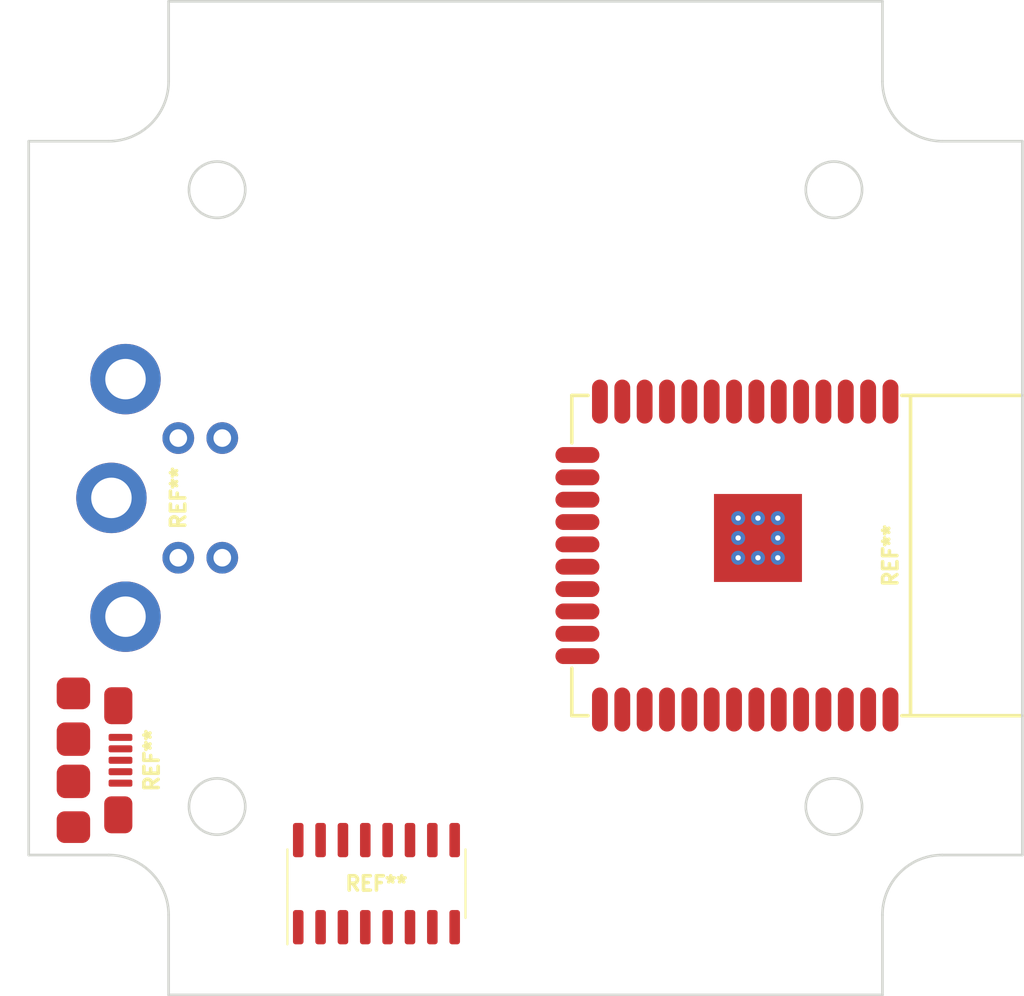
<source format=kicad_pcb>
(kicad_pcb (version 20171130) (host pcbnew "(5.1.5-0-10_14)")

  (general
    (thickness 1.6)
    (drawings 20)
    (tracks 0)
    (zones 0)
    (modules 4)
    (nets 1)
  )

  (page USLetter)
  (layers
    (0 F.Cu signal)
    (1 In1.Cu signal)
    (2 In2.Cu signal)
    (31 B.Cu signal)
    (32 B.Adhes user)
    (33 F.Adhes user)
    (34 B.Paste user)
    (35 F.Paste user)
    (36 B.SilkS user)
    (37 F.SilkS user)
    (38 B.Mask user)
    (39 F.Mask user)
    (40 Dwgs.User user)
    (41 Cmts.User user)
    (42 Eco1.User user)
    (43 Eco2.User user)
    (44 Edge.Cuts user)
    (45 Margin user)
    (46 B.CrtYd user)
    (47 F.CrtYd user)
    (48 B.Fab user)
    (49 F.Fab user)
  )

  (setup
    (last_trace_width 0.15)
    (user_trace_width 0.2)
    (user_trace_width 0.25)
    (user_trace_width 0.3)
    (user_trace_width 0.35)
    (user_trace_width 0.4)
    (user_trace_width 0.45)
    (user_trace_width 0.5)
    (user_trace_width 0.6)
    (user_trace_width 0.8)
    (user_trace_width 1)
    (user_trace_width 1.27)
    (user_trace_width 1.524)
    (trace_clearance 0.15)
    (zone_clearance 0.15)
    (zone_45_only no)
    (trace_min 0.15)
    (via_size 0.5)
    (via_drill 0.2)
    (via_min_size 0.5)
    (via_min_drill 0.2)
    (user_via 0.6 0.3)
    (user_via 0.8 0.4)
    (user_via 1 0.5)
    (user_via 1.524 0.762)
    (uvia_size 0.3)
    (uvia_drill 0.1)
    (uvias_allowed no)
    (uvia_min_size 0.2)
    (uvia_min_drill 0.1)
    (edge_width 0.15)
    (segment_width 0.1524)
    (pcb_text_width 0.3)
    (pcb_text_size 1.5 1.5)
    (mod_edge_width 0.15)
    (mod_text_size 1 1)
    (mod_text_width 0.15)
    (pad_size 0.85 1.4)
    (pad_drill 0)
    (pad_to_mask_clearance 0.05)
    (solder_mask_min_width 0.1)
    (pad_to_paste_clearance -0.0381)
    (aux_axis_origin 0 0)
    (visible_elements FFFFFF7F)
    (pcbplotparams
      (layerselection 0x010f8_ffffffff)
      (usegerberextensions true)
      (usegerberattributes false)
      (usegerberadvancedattributes false)
      (creategerberjobfile false)
      (excludeedgelayer true)
      (linewidth 0.100000)
      (plotframeref false)
      (viasonmask false)
      (mode 1)
      (useauxorigin false)
      (hpglpennumber 1)
      (hpglpenspeed 20)
      (hpglpendiameter 15.000000)
      (psnegative false)
      (psa4output false)
      (plotreference true)
      (plotvalue true)
      (plotinvisibletext false)
      (padsonsilk false)
      (subtractmaskfromsilk true)
      (outputformat 1)
      (mirror false)
      (drillshape 0)
      (scaleselection 1)
      (outputdirectory "gerber/"))
  )

  (net 0 "")

  (net_class Default "This is the default net class."
    (clearance 0.15)
    (trace_width 0.15)
    (via_dia 0.5)
    (via_drill 0.2)
    (uvia_dia 0.3)
    (uvia_drill 0.1)
  )

  (module stdpads:SOIC-16_3.9mm (layer F.Cu) (tedit 5FDA018C) (tstamp 601BEDD6)
    (at 124.079 115.6716)
    (descr "SOIC, 16 Pin (JEDEC MS-012AC, https://www.analog.com/media/en/package-pcb-resources/package/pkg_pdf/soic_narrow-r/r_16.pdf), generated with kicad-footprint-generator ipc_gullwing_generator.py")
    (tags "SOIC SO")
    (solder_mask_margin 0.05)
    (solder_paste_margin -0.025)
    (attr smd)
    (fp_text reference REF** (at 0 0 180) (layer F.Fab)
      (effects (font (size 0.8128 0.8128) (thickness 0.2032)))
    )
    (fp_text value SOIC-16_3.9mm (at 0 1.016 180) (layer F.Fab)
      (effects (font (size 0.508 0.508) (thickness 0.127)))
    )
    (fp_line (start 5.06 0) (end 5.06 -1.95) (layer F.SilkS) (width 0.12))
    (fp_line (start 5.06 0) (end 5.06 1.95) (layer F.SilkS) (width 0.12))
    (fp_line (start -5.06 0) (end -5.06 -1.95) (layer F.SilkS) (width 0.12))
    (fp_line (start -5.06 0) (end -5.06 3.45) (layer F.SilkS) (width 0.12))
    (fp_line (start -4.95 0.975) (end -4.95 -1.95) (layer F.Fab) (width 0.1))
    (fp_line (start -4.95 -1.95) (end 4.95 -1.95) (layer F.Fab) (width 0.1))
    (fp_line (start 4.95 -1.95) (end 4.95 1.95) (layer F.Fab) (width 0.1))
    (fp_line (start 4.95 1.95) (end -3.975 1.95) (layer F.Fab) (width 0.1))
    (fp_line (start -3.975 1.95) (end -4.95 0.975) (layer F.Fab) (width 0.1))
    (fp_line (start -5.2 3.7) (end 5.2 3.7) (layer F.CrtYd) (width 0.05))
    (fp_line (start 5.2 3.7) (end 5.2 -3.7) (layer F.CrtYd) (width 0.05))
    (fp_line (start 5.2 -3.7) (end -5.2 -3.7) (layer F.CrtYd) (width 0.05))
    (fp_line (start -5.2 -3.7) (end -5.2 3.7) (layer F.CrtYd) (width 0.05))
    (fp_text user %R (at 0 0 180) (layer F.SilkS)
      (effects (font (size 0.8128 0.8128) (thickness 0.2032)))
    )
    (pad 1 smd roundrect (at -4.445 2.475 90) (size 1.95 0.6) (layers F.Cu F.Paste F.Mask) (roundrect_rratio 0.25))
    (pad 2 smd roundrect (at -3.175 2.475 90) (size 1.95 0.6) (layers F.Cu F.Paste F.Mask) (roundrect_rratio 0.25))
    (pad 3 smd roundrect (at -1.905 2.475 90) (size 1.95 0.6) (layers F.Cu F.Paste F.Mask) (roundrect_rratio 0.25))
    (pad 4 smd roundrect (at -0.635 2.475 90) (size 1.95 0.6) (layers F.Cu F.Paste F.Mask) (roundrect_rratio 0.25))
    (pad 5 smd roundrect (at 0.635 2.475 90) (size 1.95 0.6) (layers F.Cu F.Paste F.Mask) (roundrect_rratio 0.25))
    (pad 6 smd roundrect (at 1.905 2.475 90) (size 1.95 0.6) (layers F.Cu F.Paste F.Mask) (roundrect_rratio 0.25))
    (pad 7 smd roundrect (at 3.175 2.475 90) (size 1.95 0.6) (layers F.Cu F.Paste F.Mask) (roundrect_rratio 0.25))
    (pad 8 smd roundrect (at 4.445 2.475 90) (size 1.95 0.6) (layers F.Cu F.Paste F.Mask) (roundrect_rratio 0.25))
    (pad 9 smd roundrect (at 4.445 -2.475 90) (size 1.95 0.6) (layers F.Cu F.Paste F.Mask) (roundrect_rratio 0.25))
    (pad 10 smd roundrect (at 3.175 -2.475 90) (size 1.95 0.6) (layers F.Cu F.Paste F.Mask) (roundrect_rratio 0.25))
    (pad 11 smd roundrect (at 1.905 -2.475 90) (size 1.95 0.6) (layers F.Cu F.Paste F.Mask) (roundrect_rratio 0.25))
    (pad 12 smd roundrect (at 0.635 -2.475 90) (size 1.95 0.6) (layers F.Cu F.Paste F.Mask) (roundrect_rratio 0.25))
    (pad 13 smd roundrect (at -0.635 -2.475 90) (size 1.95 0.6) (layers F.Cu F.Paste F.Mask) (roundrect_rratio 0.25))
    (pad 14 smd roundrect (at -1.905 -2.475 90) (size 1.95 0.6) (layers F.Cu F.Paste F.Mask) (roundrect_rratio 0.25))
    (pad 15 smd roundrect (at -3.175 -2.475 90) (size 1.95 0.6) (layers F.Cu F.Paste F.Mask) (roundrect_rratio 0.25))
    (pad 16 smd roundrect (at -4.445 -2.475 90) (size 1.95 0.6) (layers F.Cu F.Paste F.Mask) (roundrect_rratio 0.25))
    (model ${KISYS3DMOD}/Package_SO.3dshapes/SOIC-16_3.9x9.9mm_P1.27mm.wrl
      (at (xyz 0 0 0))
      (scale (xyz 1 1 1))
      (rotate (xyz 0 0 -90))
    )
  )

  (module stdpads:USB_Micro-B_Amphenol_10118192-0001 (layer F.Cu) (tedit 5F027735) (tstamp 601BE61C)
    (at 106.8578 108.6612 270)
    (descr "Micro USB B receptable with flange, bottom-mount, SMD, right-angle (http://www.molex.com/pdm_docs/sd/473460001_sd.pdf)")
    (tags "Micro B USB SMD")
    (solder_mask_margin 0.05)
    (solder_paste_margin -0.025)
    (attr smd)
    (fp_text reference REF** (at 0 0) (layer F.Fab)
      (effects (font (size 0.508 0.508) (thickness 0.127)))
    )
    (fp_text value USB_Micro-B_Amphenol_10118192-0001 (at 0 3.302 270) (layer F.Fab)
      (effects (font (size 0.8128 0.8128) (thickness 0.2032)))
    )
    (fp_text user "PCB Edge" (at 0 1.47 270) (layer Dwgs.User)
      (effects (font (size 0.4 0.4) (thickness 0.04)))
    )
    (fp_text user %R (at 0 -4.45 270) (layer F.SilkS)
      (effects (font (size 0.8128 0.8128) (thickness 0.2032)))
    )
    (fp_line (start 5 2.7) (end -5 2.7) (layer F.CrtYd) (width 0.05))
    (fp_line (start 5 -3.9) (end 5 2.7) (layer F.CrtYd) (width 0.05))
    (fp_line (start -5 -3.9) (end 5 -3.9) (layer F.CrtYd) (width 0.05))
    (fp_line (start -5 2.7) (end -5 -3.9) (layer F.CrtYd) (width 0.05))
    (fp_line (start 3.95 2.2) (end -3.95 2.2) (layer F.Fab) (width 0.1))
    (fp_line (start 3.95 -3.35) (end 3.95 2.2) (layer F.Fab) (width 0.1))
    (fp_line (start -3.95 -3.35) (end 3.95 -3.35) (layer F.Fab) (width 0.1))
    (fp_line (start -3.95 2.2) (end -3.95 -3.35) (layer F.Fab) (width 0.1))
    (fp_line (start -3.25 1.45) (end 3.25 1.45) (layer F.Fab) (width 0.1))
    (pad 1 smd roundrect (at -1.3 -2.675 270) (size 0.4 1.35) (layers F.Cu F.Paste F.Mask) (roundrect_rratio 0.25)
      (solder_mask_margin 0.04) (solder_paste_margin -0.04))
    (pad 2 smd roundrect (at -0.65 -2.675 270) (size 0.4 1.35) (layers F.Cu F.Paste F.Mask) (roundrect_rratio 0.25)
      (solder_mask_margin 0.04) (solder_paste_margin -0.04))
    (pad 3 smd roundrect (at 0 -2.675 270) (size 0.4 1.35) (layers F.Cu F.Paste F.Mask) (roundrect_rratio 0.25)
      (solder_mask_margin 0.04) (solder_paste_margin -0.04))
    (pad 4 smd roundrect (at 0.65 -2.675 270) (size 0.4 1.35) (layers F.Cu F.Paste F.Mask) (roundrect_rratio 0.25)
      (solder_mask_margin 0.04) (solder_paste_margin -0.04))
    (pad 5 smd roundrect (at 1.3 -2.675 270) (size 0.4 1.35) (layers F.Cu F.Paste F.Mask) (roundrect_rratio 0.25)
      (solder_mask_margin 0.04) (solder_paste_margin -0.05))
    (pad 6 smd roundrect (at -3.1 -2.55 270) (size 2.1 1.6) (layers F.Cu F.Paste F.Mask) (roundrect_rratio 0.25))
    (pad 6 smd roundrect (at 3.1 -2.55 270) (size 2.1 1.6) (layers F.Cu F.Paste F.Mask) (roundrect_rratio 0.25))
    (pad 6 smd roundrect (at -3.8 0 270) (size 1.8 1.9) (layers F.Cu F.Paste F.Mask) (roundrect_rratio 0.25))
    (pad 6 smd roundrect (at 3.8 0 270) (size 1.8 1.9) (layers F.Cu F.Paste F.Mask) (roundrect_rratio 0.25))
    (pad 6 smd roundrect (at -1.2 0 270) (size 1.9 1.9) (layers F.Cu F.Paste F.Mask) (roundrect_rratio 0.25))
    (pad 6 smd roundrect (at 1.2 0 270) (size 1.9 1.9) (layers F.Cu F.Paste F.Mask) (roundrect_rratio 0.25))
    (model ${KISYS3DMOD}/Connector_USB.3dshapes/USB_Micro-B_Molex_47346-0001.wrl
      (offset (xyz 0 1.5 0))
      (scale (xyz 1 1 1))
      (rotate (xyz 0 0 0))
    )
  )

  (module stdpads:MD-40 (layer F.Cu) (tedit 601B7899) (tstamp 601BDE5F)
    (at 104.3178 93.7514 90)
    (fp_text reference REF** (at 0 8.5 90) (layer F.Fab)
      (effects (font (size 0.8128 0.8128) (thickness 0.2032)))
    )
    (fp_text value MD-40 (at 0 -0.8 90) (layer F.Fab)
      (effects (font (size 0.8128 0.8128) (thickness 0.2032)))
    )
    (fp_line (start 9 0) (end -9 0) (layer F.CrtYd) (width 0.12))
    (fp_line (start 9 14) (end 9 0) (layer F.CrtYd) (width 0.12))
    (fp_line (start -9 14) (end 9 14) (layer F.CrtYd) (width 0.12))
    (fp_line (start -9 0) (end -9 14) (layer F.CrtYd) (width 0.12))
    (fp_line (start -7 13) (end 7 13) (layer F.Fab) (width 0.4))
    (fp_line (start 7 0) (end 7 13) (layer F.Fab) (width 0.4))
    (fp_line (start -7 0) (end -7 13) (layer F.Fab) (width 0.4))
    (fp_text user %R (at 0 8.5 90) (layer F.SilkS)
      (effects (font (size 0.8128 0.8128) (thickness 0.2032)))
    )
    (fp_line (start -7 0) (end 7 0) (layer F.Fab) (width 0.4))
    (pad 3 thru_hole circle (at -3.4 11 90) (size 1.8 1.8) (drill 1) (layers *.Cu *.Mask))
    (pad 4 thru_hole circle (at 3.4 11 90) (size 1.8 1.8) (drill 1) (layers *.Cu *.Mask))
    (pad 2 thru_hole circle (at 3.4 8.5 90) (size 1.8 1.8) (drill 1) (layers *.Cu *.Mask))
    (pad 1 thru_hole circle (at -3.4 8.5 90) (size 1.8 1.8) (drill 1) (layers *.Cu *.Mask))
    (pad 5 thru_hole circle (at 6.75 5.5 90) (size 4 4) (drill 2.3) (layers *.Cu *.Mask))
    (pad 5 thru_hole circle (at -6.75 5.5 90) (size 4 4) (drill 2.3) (layers *.Cu *.Mask))
    (pad 5 thru_hole circle (at 0 4.7 90) (size 4 4) (drill 2.3) (layers *.Cu *.Mask))
    (model "$(KIPRJMOD)/../stdpads.3dshapes/MiniDIN-8.wrl"
      (offset (xyz 0 -6.5 0))
      (scale (xyz 1 1 1))
      (rotate (xyz 0 0 180))
    )
  )

  (module stdpads:ESP32-WROOM-32 (layer F.Cu) (tedit 5EE2A0E8) (tstamp 601BD83D)
    (at 153.289 97.028 270)
    (solder_mask_margin 0.05)
    (solder_paste_margin -0.025)
    (attr smd)
    (fp_text reference REF** (at 0 0 90) (layer F.Fab)
      (effects (font (size 0.8128 0.8128) (thickness 0.2032)))
    )
    (fp_text value ESP32-WROOM-32 (at 0 1.5 90) (layer F.Fab) hide
      (effects (font (size 0.8128 0.8128) (thickness 0.2032)))
    )
    (fp_text user %R (at 0 0 90) (layer F.SilkS)
      (effects (font (size 0.8128 0.8128) (thickness 0.2032)))
    )
    (fp_line (start 9.1 18.11) (end 6.4 18.11) (layer F.SilkS) (width 0.2032))
    (fp_line (start 9 -7.49) (end -9 -7.49) (layer F.Fab) (width 0.05))
    (fp_line (start 9 18.01) (end 9 -7.49) (layer F.Fab) (width 0.05))
    (fp_line (start -9 18.01) (end 9 18.01) (layer F.Fab) (width 0.05))
    (fp_line (start -9 -7.49) (end -9 18.01) (layer F.Fab) (width 0.05))
    (fp_line (start -9.1 -1.14) (end 9.1 -1.14) (layer F.SilkS) (width 0.2032))
    (fp_line (start -9.1 18.11) (end -9.1 17.19) (layer F.SilkS) (width 0.2032))
    (fp_line (start -9.1 -0.65) (end -9.1 -7.49) (layer F.SilkS) (width 0.2032))
    (fp_line (start 9.1 -0.65) (end 9.1 -7.49) (layer F.SilkS) (width 0.2032))
    (fp_line (start -9 -1.14) (end 9 -1.14) (layer F.Fab) (width 0.05))
    (fp_line (start 9.1 18.11) (end 9.1 17.19) (layer F.SilkS) (width 0.2032))
    (fp_line (start -6.4 18.11) (end -9.1 18.11) (layer F.SilkS) (width 0.2032))
    (pad 39 smd rect (at -1 7.53 270) (size 1.5 1.5) (layers F.Cu F.Paste F.Mask)
      (zone_connect 2))
    (pad 39 smd rect (at 1.159 7.53 270) (size 0.5 3) (layers F.Cu F.Paste F.Mask)
      (zone_connect 2))
    (pad 39 smd rect (at -1 9.562 270) (size 3 0.5) (layers F.Cu F.Paste F.Mask)
      (zone_connect 2))
    (pad 39 smd rect (at -3.032 7.53 270) (size 0.5 3) (layers F.Cu F.Paste F.Mask)
      (zone_connect 2))
    (pad 39 smd rect (at -1 5.498 270) (size 3 0.5) (layers F.Cu F.Paste F.Mask)
      (zone_connect 2))
    (pad 39 thru_hole circle (at -1 6.403 270) (size 0.8 0.8) (drill 0.3) (layers *.Cu F.Mask)
      (zone_connect 2))
    (pad 39 thru_hole circle (at -1 8.657 270) (size 0.8 0.8) (drill 0.3) (layers *.Cu F.Mask)
      (zone_connect 2))
    (pad 39 thru_hole circle (at 0.127 8.657 270) (size 0.8 0.8) (drill 0.3) (layers *.Cu F.Mask)
      (zone_connect 2))
    (pad 39 thru_hole circle (at 0.127 7.53 270) (size 0.8 0.8) (drill 0.3) (layers *.Cu F.Mask)
      (zone_connect 2))
    (pad 39 thru_hole circle (at 0.127 6.403 270) (size 0.8 0.8) (drill 0.3) (layers *.Cu F.Mask)
      (zone_connect 2))
    (pad 39 thru_hole circle (at -2.127 6.403 270) (size 0.8 0.8) (drill 0.3) (layers *.Cu F.Mask)
      (zone_connect 2))
    (pad 39 thru_hole circle (at -2.127 7.53 270) (size 0.8 0.8) (drill 0.3) (layers *.Cu F.Mask)
      (zone_connect 2))
    (pad 39 thru_hole circle (at -2.127 8.657 270) (size 0.8 0.8) (drill 0.3) (layers *.Cu F.Mask)
      (zone_connect 2))
    (pad 39 smd rect (at -1 7.53 270) (size 5 5) (layers F.Cu F.Mask)
      (zone_connect 2))
    (pad 1 smd oval (at -8.75 0 270) (size 2.5 0.9) (layers F.Cu F.Paste F.Mask))
    (pad 2 smd oval (at -8.75 1.27 270) (size 2.5 0.9) (layers F.Cu F.Paste F.Mask))
    (pad 3 smd oval (at -8.75 2.54 270) (size 2.5 0.9) (layers F.Cu F.Paste F.Mask))
    (pad 4 smd oval (at -8.75 3.81 270) (size 2.5 0.9) (layers F.Cu F.Paste F.Mask))
    (pad 5 smd oval (at -8.75 5.08 270) (size 2.5 0.9) (layers F.Cu F.Paste F.Mask))
    (pad 6 smd oval (at -8.75 6.35 270) (size 2.5 0.9) (layers F.Cu F.Paste F.Mask))
    (pad 7 smd oval (at -8.75 7.62 270) (size 2.5 0.9) (layers F.Cu F.Paste F.Mask))
    (pad 8 smd oval (at -8.75 8.89 270) (size 2.5 0.9) (layers F.Cu F.Paste F.Mask))
    (pad 9 smd oval (at -8.75 10.16 270) (size 2.5 0.9) (layers F.Cu F.Paste F.Mask))
    (pad 10 smd oval (at -8.75 11.43 270) (size 2.5 0.9) (layers F.Cu F.Paste F.Mask))
    (pad 11 smd oval (at -8.75 12.7 270) (size 2.5 0.9) (layers F.Cu F.Paste F.Mask))
    (pad 12 smd oval (at -8.75 13.97 270) (size 2.5 0.9) (layers F.Cu F.Paste F.Mask))
    (pad 13 smd oval (at -8.75 15.24 270) (size 2.5 0.9) (layers F.Cu F.Paste F.Mask))
    (pad 14 smd oval (at -8.75 16.51 270) (size 2.5 0.9) (layers F.Cu F.Paste F.Mask))
    (pad 25 smd oval (at 8.75 16.51 270) (size 2.5 0.9) (layers F.Cu F.Paste F.Mask))
    (pad 26 smd oval (at 8.75 15.24 270) (size 2.5 0.9) (layers F.Cu F.Paste F.Mask))
    (pad 27 smd oval (at 8.75 13.97 270) (size 2.5 0.9) (layers F.Cu F.Paste F.Mask))
    (pad 28 smd oval (at 8.75 12.7 270) (size 2.5 0.9) (layers F.Cu F.Paste F.Mask))
    (pad 29 smd oval (at 8.75 11.43 270) (size 2.5 0.9) (layers F.Cu F.Paste F.Mask))
    (pad 30 smd oval (at 8.75 10.16 270) (size 2.5 0.9) (layers F.Cu F.Paste F.Mask))
    (pad 31 smd oval (at 8.75 8.89 270) (size 2.5 0.9) (layers F.Cu F.Paste F.Mask))
    (pad 32 smd oval (at 8.75 7.62 270) (size 2.5 0.9) (layers F.Cu F.Paste F.Mask))
    (pad 33 smd oval (at 8.75 6.35 270) (size 2.5 0.9) (layers F.Cu F.Paste F.Mask))
    (pad 34 smd oval (at 8.75 5.08 270) (size 2.5 0.9) (layers F.Cu F.Paste F.Mask))
    (pad 35 smd oval (at 8.75 3.81 270) (size 2.5 0.9) (layers F.Cu F.Paste F.Mask))
    (pad 36 smd oval (at 8.75 2.54 270) (size 2.5 0.9) (layers F.Cu F.Paste F.Mask))
    (pad 37 smd oval (at 8.75 1.27 270) (size 2.5 0.9) (layers F.Cu F.Paste F.Mask))
    (pad 38 smd oval (at 8.75 0 270) (size 2.5 0.9) (layers F.Cu F.Paste F.Mask))
    (pad 19 smd oval (at -0.635 17.79) (size 2.5 0.9) (layers F.Cu F.Paste F.Mask))
    (pad 18 smd oval (at -1.905 17.79) (size 2.5 0.9) (layers F.Cu F.Paste F.Mask))
    (pad 17 smd oval (at -3.175 17.79) (size 2.5 0.9) (layers F.Cu F.Paste F.Mask))
    (pad 16 smd oval (at -4.445 17.79) (size 2.5 0.9) (layers F.Cu F.Paste F.Mask))
    (pad 15 smd oval (at -5.715 17.79) (size 2.5 0.9) (layers F.Cu F.Paste F.Mask))
    (pad 20 smd oval (at 0.635 17.79) (size 2.5 0.9) (layers F.Cu F.Paste F.Mask))
    (pad 21 smd oval (at 1.905 17.79) (size 2.5 0.9) (layers F.Cu F.Paste F.Mask))
    (pad 22 smd oval (at 3.175 17.79) (size 2.5 0.9) (layers F.Cu F.Paste F.Mask))
    (pad 23 smd oval (at 4.445 17.79) (size 2.5 0.9) (layers F.Cu F.Paste F.Mask))
    (pad 24 smd oval (at 5.715 17.79) (size 2.5 0.9) (layers F.Cu F.Paste F.Mask))
    (model ${KISYS3DMOD}/RF_Module.3dshapes/ESP32-WROOM-32.wrl
      (offset (xyz 0 -8.210000000000001 0))
      (scale (xyz 1 1 1))
      (rotate (xyz 0 0 0))
    )
  )

  (gr_circle (center 150.0759 111.2901) (end 151.6761 111.2901) (layer Edge.Cuts) (width 0.15) (tstamp 601BE035))
  (gr_circle (center 150.0759 76.2381) (end 151.6761 76.2381) (layer Edge.Cuts) (width 0.15) (tstamp 601BE034))
  (gr_circle (center 115.0239 111.2901) (end 116.6241 111.2901) (layer Edge.Cuts) (width 0.15) (tstamp 601BE02B))
  (gr_circle (center 115.0239 76.2381) (end 116.6241 76.2381) (layer Edge.Cuts) (width 0.15) (tstamp 601BE027))
  (gr_line (start 104.3178 73.4822) (end 104.3178 114.046) (layer Edge.Cuts) (width 0.15) (tstamp 601B7277))
  (gr_line (start 112.268 121.9962) (end 112.268 117.4496) (layer Edge.Cuts) (width 0.15) (tstamp 601B7276))
  (gr_arc (start 108.8644 117.4496) (end 112.268 117.4496) (angle -90) (layer Edge.Cuts) (width 0.15) (tstamp 601B7275))
  (gr_line (start 104.3178 114.046) (end 108.8644 114.046) (layer Edge.Cuts) (width 0.15) (tstamp 601B7274))
  (gr_line (start 152.8318 65.532) (end 112.268 65.532) (layer Edge.Cuts) (width 0.15) (tstamp 601B7277))
  (gr_line (start 104.3178 73.4822) (end 108.8644 73.4822) (layer Edge.Cuts) (width 0.15) (tstamp 601B7276))
  (gr_arc (start 108.8644 70.0786) (end 108.8644 73.4822) (angle -90) (layer Edge.Cuts) (width 0.15) (tstamp 601B7275))
  (gr_line (start 112.268 65.532) (end 112.268 70.0786) (layer Edge.Cuts) (width 0.15) (tstamp 601B7274))
  (gr_line (start 160.782 114.046) (end 160.782 73.4822) (layer Edge.Cuts) (width 0.15) (tstamp 601B7277))
  (gr_line (start 152.8318 65.532) (end 152.8318 70.0786) (layer Edge.Cuts) (width 0.15) (tstamp 601B7276))
  (gr_arc (start 156.2354 70.0786) (end 152.8318 70.0786) (angle -90) (layer Edge.Cuts) (width 0.15) (tstamp 601B7275))
  (gr_line (start 160.782 73.4822) (end 156.2354 73.4822) (layer Edge.Cuts) (width 0.15) (tstamp 601B7274))
  (gr_line (start 160.782 114.046) (end 156.2354 114.046) (layer Edge.Cuts) (width 0.15) (tstamp 601B71F7))
  (gr_arc (start 156.2354 117.4496) (end 156.2354 114.046) (angle -90) (layer Edge.Cuts) (width 0.15))
  (gr_line (start 152.8318 121.9962) (end 152.8318 117.4496) (layer Edge.Cuts) (width 0.15))
  (gr_line (start 112.268 121.9962) (end 152.8318 121.9962) (layer Edge.Cuts) (width 0.15))

)

</source>
